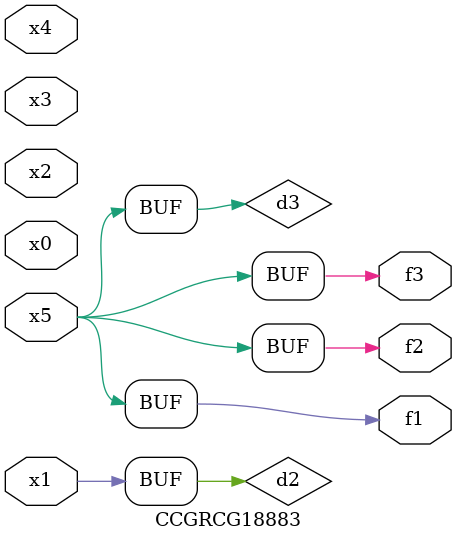
<source format=v>
module CCGRCG18883(
	input x0, x1, x2, x3, x4, x5,
	output f1, f2, f3
);

	wire d1, d2, d3;

	not (d1, x5);
	or (d2, x1);
	xnor (d3, d1);
	assign f1 = d3;
	assign f2 = d3;
	assign f3 = d3;
endmodule

</source>
